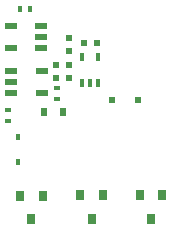
<source format=gbr>
G04 #@! TF.GenerationSoftware,KiCad,Pcbnew,(5.1.5-0)*
G04 #@! TF.CreationDate,2020-04-09T11:26:26+02:00*
G04 #@! TF.ProjectId,dxl-fan-module,64786c2d-6661-46e2-9d6d-6f64756c652e,rev?*
G04 #@! TF.SameCoordinates,Original*
G04 #@! TF.FileFunction,Paste,Top*
G04 #@! TF.FilePolarity,Positive*
%FSLAX46Y46*%
G04 Gerber Fmt 4.6, Leading zero omitted, Abs format (unit mm)*
G04 Created by KiCad (PCBNEW (5.1.5-0)) date 2020-04-09 11:26:26*
%MOMM*%
%LPD*%
G04 APERTURE LIST*
%ADD10R,0.600000X0.800000*%
%ADD11R,0.350000X0.800000*%
%ADD12R,1.100000X0.600000*%
%ADD13R,0.450000X0.600000*%
%ADD14R,0.500000X0.600000*%
%ADD15R,0.600000X0.500000*%
%ADD16R,0.400000X0.600000*%
%ADD17R,0.600000X0.400000*%
%ADD18R,0.800000X0.900000*%
%ADD19R,0.500000X0.500000*%
G04 APERTURE END LIST*
D10*
X70250000Y-63400000D03*
X71850000Y-63400000D03*
D11*
X73462500Y-58750000D03*
X74762500Y-58750000D03*
X74762500Y-60950000D03*
X74112500Y-60950000D03*
X73462500Y-60950000D03*
D12*
X67412500Y-59900000D03*
X67412500Y-60850000D03*
X67412500Y-61800000D03*
X70012500Y-61800000D03*
X70012500Y-59900000D03*
X69988000Y-58000000D03*
X69988000Y-57050000D03*
X69988000Y-56100000D03*
X67388000Y-56100000D03*
X67388000Y-58000000D03*
D13*
X68030000Y-65535000D03*
X68030000Y-67635000D03*
D14*
X72312500Y-59379411D03*
X72312500Y-60479411D03*
X72312500Y-58200000D03*
X72312500Y-57100000D03*
X71212500Y-59400000D03*
X71212500Y-60500000D03*
D15*
X74662500Y-57550000D03*
X73562500Y-57550000D03*
D16*
X68150000Y-54675000D03*
X69050000Y-54675000D03*
D17*
X67210000Y-63235000D03*
X67210000Y-64135000D03*
X71312500Y-62300000D03*
X71312500Y-61400000D03*
D18*
X80250000Y-70425000D03*
X78350000Y-70425000D03*
X79300000Y-72425000D03*
X74250000Y-72455000D03*
X73300000Y-70455000D03*
X75200000Y-70455000D03*
X70100000Y-70475000D03*
X68200000Y-70475000D03*
X69150000Y-72475000D03*
D19*
X78150000Y-62425000D03*
X75950000Y-62425000D03*
M02*

</source>
